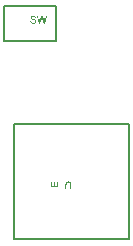
<source format=gbr>
%TF.GenerationSoftware,Altium Limited,Altium Designer,20.0.13 (296)*%
G04 Layer_Color=8388736*
%FSLAX45Y45*%
%MOMM*%
%TF.FileFunction,Other,Mechanical_10*%
%TF.Part,Single*%
G01*
G75*
%TA.AperFunction,NonConductor*%
%ADD44C,0.20000*%
G36*
X10065719Y6349394D02*
X10013635D01*
Y6355052D01*
X10065719D01*
Y6349394D01*
D02*
G37*
G36*
X10008758Y6290873D02*
X10001736D01*
Y6297408D01*
X10001638Y6297213D01*
X10001346Y6296823D01*
X10000858Y6296237D01*
X10000175Y6295457D01*
X9999395Y6294579D01*
X9998419Y6293701D01*
X9997249Y6292726D01*
X9995981Y6291946D01*
X9995786Y6291848D01*
X9995298Y6291653D01*
X9994518Y6291263D01*
X9993543Y6290873D01*
X9992275Y6290483D01*
X9990909Y6290093D01*
X9989251Y6289898D01*
X9987593Y6289800D01*
X9986715D01*
X9985740Y6289898D01*
X9984569Y6290093D01*
X9983301Y6290288D01*
X9981838Y6290678D01*
X9980473Y6291263D01*
X9979205Y6291946D01*
X9979010Y6292043D01*
X9978620Y6292336D01*
X9978034Y6292824D01*
X9977352Y6293506D01*
X9976571Y6294384D01*
X9975791Y6295360D01*
X9975108Y6296627D01*
X9974523Y6297993D01*
X9974426Y6297895D01*
X9974230Y6297603D01*
X9973938Y6297213D01*
X9973548Y6296725D01*
X9972963Y6296042D01*
X9972280Y6295360D01*
X9971499Y6294677D01*
X9970622Y6293896D01*
X9969646Y6293116D01*
X9968573Y6292433D01*
X9966037Y6291068D01*
X9964672Y6290580D01*
X9963209Y6290190D01*
X9961746Y6289898D01*
X9960088Y6289800D01*
X9959405D01*
X9958917Y6289898D01*
X9958332D01*
X9957649Y6289995D01*
X9956186Y6290288D01*
X9954431Y6290775D01*
X9952675Y6291458D01*
X9951017Y6292433D01*
X9949456Y6293701D01*
X9949261Y6293896D01*
X9948871Y6294384D01*
X9948286Y6295360D01*
X9947506Y6296627D01*
X9946823Y6298286D01*
X9946238Y6300236D01*
X9945848Y6302675D01*
X9945652Y6304040D01*
Y6305503D01*
Y6337300D01*
X9953553D01*
Y6308137D01*
Y6308039D01*
Y6307942D01*
Y6307356D01*
Y6306479D01*
X9953650Y6305503D01*
X9953845Y6303260D01*
X9954041Y6302187D01*
X9954333Y6301309D01*
Y6301212D01*
X9954528Y6300919D01*
X9954723Y6300529D01*
X9955016Y6300041D01*
X9955406Y6299554D01*
X9955894Y6298968D01*
X9956479Y6298383D01*
X9957162Y6297895D01*
X9957259Y6297798D01*
X9957552Y6297700D01*
X9957942Y6297505D01*
X9958430Y6297213D01*
X9959112Y6297018D01*
X9959990Y6296823D01*
X9960868Y6296725D01*
X9961843Y6296627D01*
X9962624D01*
X9963599Y6296823D01*
X9964672Y6297018D01*
X9965940Y6297408D01*
X9967305Y6297993D01*
X9968768Y6298871D01*
X9970036Y6299944D01*
X9970134Y6300139D01*
X9970524Y6300529D01*
X9971012Y6301309D01*
X9971597Y6302480D01*
X9972280Y6303943D01*
X9972767Y6305698D01*
X9973158Y6307844D01*
X9973255Y6310380D01*
Y6337300D01*
X9981156D01*
Y6307161D01*
Y6307064D01*
Y6306966D01*
Y6306674D01*
Y6306284D01*
X9981253Y6305308D01*
X9981351Y6304235D01*
X9981643Y6302870D01*
X9981936Y6301602D01*
X9982424Y6300334D01*
X9983106Y6299261D01*
X9983204Y6299163D01*
X9983496Y6298871D01*
X9983887Y6298383D01*
X9984569Y6297895D01*
X9985447Y6297505D01*
X9986520Y6297018D01*
X9987788Y6296725D01*
X9989349Y6296627D01*
X9989934D01*
X9990519Y6296725D01*
X9991397Y6296823D01*
X9992275Y6297018D01*
X9993348Y6297408D01*
X9994420Y6297798D01*
X9995493Y6298383D01*
X9995591Y6298481D01*
X9995981Y6298676D01*
X9996469Y6299163D01*
X9997054Y6299651D01*
X9997737Y6300431D01*
X9998419Y6301309D01*
X9999005Y6302382D01*
X9999590Y6303553D01*
X9999687Y6303748D01*
X9999785Y6304138D01*
X9999980Y6304918D01*
X10000175Y6305991D01*
X10000468Y6307356D01*
X10000663Y6309015D01*
X10000760Y6310965D01*
X10000858Y6313209D01*
Y6337300D01*
X10008758D01*
Y6290873D01*
D02*
G37*
G36*
X10098101Y6338275D02*
X10098882D01*
X10099759Y6338178D01*
X10100735Y6338080D01*
X10101808Y6337983D01*
X10104148Y6337593D01*
X10106587Y6337105D01*
X10109123Y6336325D01*
X10111366Y6335349D01*
X10111464D01*
X10111659Y6335154D01*
X10111854Y6335057D01*
X10112244Y6334764D01*
X10113317Y6334081D01*
X10114487Y6333008D01*
X10115853Y6331740D01*
X10117121Y6330277D01*
X10118389Y6328424D01*
X10119462Y6326376D01*
Y6326278D01*
X10119559Y6326083D01*
X10119657Y6325791D01*
X10119852Y6325303D01*
X10120047Y6324718D01*
X10120242Y6323938D01*
X10120437Y6323060D01*
X10120632Y6322084D01*
X10120925Y6321011D01*
X10121120Y6319841D01*
X10121315Y6318476D01*
X10121510Y6317110D01*
X10121705Y6315549D01*
X10121802Y6313891D01*
X10121900Y6312136D01*
Y6310283D01*
Y6273219D01*
X10113414D01*
Y6310283D01*
Y6310380D01*
Y6310673D01*
Y6311063D01*
Y6311648D01*
Y6312331D01*
X10113317Y6313111D01*
X10113219Y6314964D01*
X10113024Y6316915D01*
X10112829Y6318963D01*
X10112439Y6320914D01*
X10112244Y6321792D01*
X10111951Y6322572D01*
X10111854Y6322767D01*
X10111659Y6323255D01*
X10111269Y6323938D01*
X10110683Y6324815D01*
X10110001Y6325791D01*
X10109025Y6326864D01*
X10107952Y6327839D01*
X10106587Y6328717D01*
X10106392Y6328814D01*
X10105904Y6329009D01*
X10105124Y6329400D01*
X10104051Y6329692D01*
X10102685Y6330082D01*
X10101125Y6330472D01*
X10099369Y6330668D01*
X10097418Y6330765D01*
X10096541D01*
X10095858Y6330668D01*
X10095078D01*
X10094200Y6330570D01*
X10092249Y6330277D01*
X10090006Y6329692D01*
X10087860Y6329009D01*
X10085812Y6327937D01*
X10084836Y6327351D01*
X10084056Y6326571D01*
Y6326474D01*
X10083861Y6326376D01*
X10083666Y6326083D01*
X10083471Y6325693D01*
X10083081Y6325206D01*
X10082788Y6324620D01*
X10082398Y6323840D01*
X10082008Y6322962D01*
X10081715Y6321889D01*
X10081325Y6320719D01*
X10080935Y6319451D01*
X10080642Y6317890D01*
X10080447Y6316232D01*
X10080252Y6314477D01*
X10080057Y6312428D01*
Y6310283D01*
Y6273219D01*
X10071571D01*
Y6310283D01*
Y6310380D01*
Y6310673D01*
Y6311160D01*
Y6311843D01*
X10071669Y6312721D01*
Y6313599D01*
X10071766Y6314672D01*
X10071864Y6315842D01*
X10072157Y6318280D01*
X10072547Y6320816D01*
X10073034Y6323352D01*
X10073815Y6325596D01*
Y6325693D01*
X10073912Y6325888D01*
X10074010Y6326181D01*
X10074205Y6326571D01*
X10074790Y6327546D01*
X10075570Y6328912D01*
X10076643Y6330375D01*
X10078009Y6331936D01*
X10079764Y6333399D01*
X10081715Y6334862D01*
X10081813D01*
X10082008Y6335057D01*
X10082300Y6335154D01*
X10082788Y6335447D01*
X10083276Y6335642D01*
X10083958Y6335934D01*
X10084836Y6336325D01*
X10085714Y6336617D01*
X10086690Y6336910D01*
X10087860Y6337300D01*
X10089030Y6337593D01*
X10090396Y6337788D01*
X10093322Y6338178D01*
X10096638Y6338373D01*
X10097516D01*
X10098101Y6338275D01*
D02*
G37*
G36*
X9800825Y7741056D02*
X9801508D01*
X9803166Y7740861D01*
X9805117Y7740569D01*
X9807262Y7740179D01*
X9809408Y7739593D01*
X9811456Y7738813D01*
X9811554D01*
X9811651Y7738716D01*
X9811944Y7738618D01*
X9812334Y7738423D01*
X9813310Y7737838D01*
X9814578Y7737155D01*
X9815943Y7736180D01*
X9817309Y7735009D01*
X9818674Y7733644D01*
X9819844Y7732083D01*
X9819942Y7731888D01*
X9820332Y7731303D01*
X9820820Y7730327D01*
X9821308Y7729157D01*
X9821893Y7727694D01*
X9822478Y7725938D01*
X9822868Y7724085D01*
X9823063Y7722037D01*
X9814968Y7721452D01*
Y7721549D01*
Y7721744D01*
X9814870Y7722037D01*
X9814773Y7722427D01*
X9814578Y7723500D01*
X9814187Y7724865D01*
X9813602Y7726328D01*
X9812822Y7727792D01*
X9811749Y7729255D01*
X9810481Y7730523D01*
X9810286Y7730620D01*
X9809798Y7731010D01*
X9808920Y7731498D01*
X9807750Y7732083D01*
X9806189Y7732668D01*
X9804239Y7733156D01*
X9801995Y7733546D01*
X9799362Y7733644D01*
X9798094D01*
X9797509Y7733546D01*
X9796728D01*
X9795070Y7733254D01*
X9793217Y7732961D01*
X9791364Y7732473D01*
X9789608Y7731790D01*
X9788828Y7731303D01*
X9788145Y7730815D01*
X9788048Y7730718D01*
X9787658Y7730327D01*
X9787072Y7729742D01*
X9786487Y7728864D01*
X9785804Y7727889D01*
X9785317Y7726719D01*
X9784927Y7725451D01*
X9784732Y7723988D01*
Y7723793D01*
Y7723402D01*
X9784829Y7722720D01*
X9785024Y7721939D01*
X9785317Y7721062D01*
X9785804Y7720086D01*
X9786390Y7719208D01*
X9787170Y7718331D01*
X9787267Y7718233D01*
X9787755Y7717940D01*
X9788048Y7717745D01*
X9788438Y7717453D01*
X9789023Y7717258D01*
X9789706Y7716965D01*
X9790486Y7716575D01*
X9791364Y7716185D01*
X9792339Y7715892D01*
X9793510Y7715502D01*
X9794875Y7715014D01*
X9796338Y7714624D01*
X9797996Y7714234D01*
X9799850Y7713746D01*
X9799947D01*
X9800337Y7713649D01*
X9800825Y7713551D01*
X9801508Y7713356D01*
X9802386Y7713161D01*
X9803361Y7712868D01*
X9805507Y7712381D01*
X9807848Y7711698D01*
X9810188Y7711015D01*
X9811359Y7710723D01*
X9812334Y7710333D01*
X9813310Y7709942D01*
X9814090Y7709650D01*
X9814187D01*
X9814382Y7709552D01*
X9814578Y7709357D01*
X9814968Y7709162D01*
X9815943Y7708577D01*
X9817211Y7707894D01*
X9818577Y7706919D01*
X9819942Y7705748D01*
X9821210Y7704480D01*
X9822283Y7703115D01*
X9822380Y7702920D01*
X9822673Y7702432D01*
X9823161Y7701652D01*
X9823648Y7700481D01*
X9824136Y7699213D01*
X9824624Y7697653D01*
X9824916Y7695897D01*
X9825014Y7694044D01*
Y7693947D01*
Y7693849D01*
Y7693556D01*
Y7693166D01*
X9824819Y7692191D01*
X9824624Y7690923D01*
X9824331Y7689460D01*
X9823746Y7687802D01*
X9823063Y7686046D01*
X9822088Y7684388D01*
X9821990Y7684193D01*
X9821503Y7683608D01*
X9820917Y7682827D01*
X9819942Y7681852D01*
X9818772Y7680682D01*
X9817309Y7679511D01*
X9815553Y7678438D01*
X9813602Y7677365D01*
X9813505D01*
X9813310Y7677268D01*
X9813017Y7677170D01*
X9812627Y7676975D01*
X9812139Y7676780D01*
X9811554Y7676585D01*
X9809993Y7676195D01*
X9808238Y7675707D01*
X9806092Y7675317D01*
X9803849Y7675025D01*
X9801313Y7674927D01*
X9799850D01*
X9799167Y7675025D01*
X9798289D01*
X9797314Y7675122D01*
X9796241Y7675220D01*
X9793997Y7675512D01*
X9791559Y7676000D01*
X9789121Y7676585D01*
X9786780Y7677365D01*
X9786682D01*
X9786487Y7677463D01*
X9786195Y7677658D01*
X9785804Y7677853D01*
X9784732Y7678438D01*
X9783464Y7679316D01*
X9781903Y7680389D01*
X9780440Y7681657D01*
X9778879Y7683218D01*
X9777514Y7684973D01*
Y7685071D01*
X9777416Y7685168D01*
X9777221Y7685461D01*
X9777026Y7685851D01*
X9776734Y7686339D01*
X9776441Y7686924D01*
X9775856Y7688387D01*
X9775271Y7690045D01*
X9774685Y7692093D01*
X9774295Y7694239D01*
X9774100Y7696580D01*
X9782098Y7697263D01*
Y7697165D01*
Y7697068D01*
X9782196Y7696482D01*
X9782391Y7695605D01*
X9782586Y7694434D01*
X9782976Y7693166D01*
X9783366Y7691801D01*
X9783951Y7690533D01*
X9784634Y7689265D01*
X9784732Y7689167D01*
X9785024Y7688777D01*
X9785512Y7688192D01*
X9786292Y7687509D01*
X9787170Y7686729D01*
X9788243Y7685851D01*
X9789608Y7685071D01*
X9791071Y7684290D01*
X9791169D01*
X9791266Y7684193D01*
X9791852Y7683998D01*
X9792729Y7683705D01*
X9793997Y7683413D01*
X9795363Y7683022D01*
X9797119Y7682730D01*
X9798972Y7682535D01*
X9800922Y7682437D01*
X9801703D01*
X9802678Y7682535D01*
X9803751Y7682632D01*
X9805117Y7682730D01*
X9806482Y7683022D01*
X9807945Y7683315D01*
X9809408Y7683803D01*
X9809603Y7683900D01*
X9809993Y7684095D01*
X9810676Y7684388D01*
X9811456Y7684876D01*
X9812432Y7685461D01*
X9813310Y7686144D01*
X9814187Y7686924D01*
X9814968Y7687802D01*
X9815065Y7687899D01*
X9815260Y7688289D01*
X9815553Y7688777D01*
X9815943Y7689460D01*
X9816236Y7690240D01*
X9816528Y7691216D01*
X9816723Y7692191D01*
X9816821Y7693264D01*
Y7693361D01*
Y7693751D01*
X9816723Y7694337D01*
X9816626Y7695019D01*
X9816431Y7695897D01*
X9816041Y7696775D01*
X9815650Y7697653D01*
X9815065Y7698531D01*
X9814968Y7698628D01*
X9814773Y7698921D01*
X9814285Y7699311D01*
X9813700Y7699896D01*
X9812919Y7700481D01*
X9811944Y7701067D01*
X9810676Y7701749D01*
X9809311Y7702335D01*
X9809213Y7702432D01*
X9808823Y7702530D01*
X9808043Y7702725D01*
X9807555Y7702920D01*
X9806970Y7703115D01*
X9806189Y7703310D01*
X9805409Y7703505D01*
X9804434Y7703798D01*
X9803458Y7704090D01*
X9802288Y7704383D01*
X9800922Y7704675D01*
X9799459Y7705066D01*
X9797899Y7705456D01*
X9797801D01*
X9797509Y7705553D01*
X9797021Y7705651D01*
X9796436Y7705846D01*
X9795753Y7706041D01*
X9794973Y7706236D01*
X9793120Y7706724D01*
X9791071Y7707406D01*
X9789023Y7708089D01*
X9787170Y7708772D01*
X9786292Y7709065D01*
X9785609Y7709455D01*
X9785512D01*
X9785414Y7709552D01*
X9784829Y7709942D01*
X9784049Y7710430D01*
X9783073Y7711113D01*
X9781903Y7711991D01*
X9780830Y7712966D01*
X9779757Y7714136D01*
X9778782Y7715404D01*
X9778684Y7715600D01*
X9778392Y7716087D01*
X9778099Y7716770D01*
X9777709Y7717745D01*
X9777221Y7718916D01*
X9776929Y7720281D01*
X9776636Y7721842D01*
X9776538Y7723402D01*
Y7723500D01*
Y7723597D01*
Y7723890D01*
Y7724280D01*
X9776734Y7725158D01*
X9776929Y7726328D01*
X9777221Y7727792D01*
X9777709Y7729255D01*
X9778392Y7730913D01*
X9779269Y7732473D01*
Y7732571D01*
X9779367Y7732668D01*
X9779757Y7733156D01*
X9780440Y7733936D01*
X9781318Y7734912D01*
X9782391Y7735887D01*
X9783756Y7736960D01*
X9785414Y7738033D01*
X9787267Y7738911D01*
X9787365D01*
X9787463Y7739008D01*
X9787755Y7739106D01*
X9788243Y7739301D01*
X9788730Y7739398D01*
X9789316Y7739593D01*
X9790681Y7740081D01*
X9792437Y7740471D01*
X9794388Y7740764D01*
X9796631Y7741056D01*
X9798972Y7741154D01*
X9800142D01*
X9800825Y7741056D01*
D02*
G37*
G36*
X9895630Y7676000D02*
X9887339D01*
X9873879Y7724768D01*
Y7724865D01*
X9873782Y7725060D01*
X9873684Y7725353D01*
X9873587Y7725743D01*
X9873294Y7726816D01*
X9873002Y7727987D01*
X9872611Y7729352D01*
X9872319Y7730523D01*
X9872026Y7731595D01*
X9871929Y7731986D01*
X9871831Y7732278D01*
Y7732083D01*
X9871636Y7731595D01*
X9871441Y7730718D01*
X9871148Y7729742D01*
X9870856Y7728474D01*
X9870563Y7727304D01*
X9870173Y7726036D01*
X9869880Y7724768D01*
X9856420Y7676000D01*
X9847545D01*
X9830769Y7740081D01*
X9839449D01*
X9849105Y7697945D01*
Y7697848D01*
X9849203Y7697653D01*
X9849300Y7697263D01*
X9849398Y7696873D01*
X9849495Y7696190D01*
X9849690Y7695507D01*
X9850081Y7693849D01*
X9850471Y7691898D01*
X9850958Y7689655D01*
X9851349Y7687314D01*
X9851836Y7684876D01*
Y7684973D01*
X9851934Y7685363D01*
X9852031Y7685851D01*
X9852226Y7686534D01*
X9852421Y7687314D01*
X9852617Y7688192D01*
X9853202Y7690240D01*
X9853689Y7692288D01*
X9854177Y7694239D01*
X9854372Y7695019D01*
X9854567Y7695800D01*
X9854665Y7696385D01*
X9854762Y7696775D01*
X9866954Y7740081D01*
X9877196D01*
X9886364Y7707602D01*
Y7707504D01*
X9886559Y7707016D01*
X9886657Y7706431D01*
X9886949Y7705553D01*
X9887144Y7704480D01*
X9887534Y7703212D01*
X9887827Y7701749D01*
X9888217Y7700189D01*
X9888607Y7698531D01*
X9888997Y7696775D01*
X9889875Y7692874D01*
X9890656Y7688875D01*
X9891338Y7684876D01*
Y7684973D01*
X9891436Y7685168D01*
Y7685461D01*
X9891533Y7685949D01*
X9891729Y7686534D01*
X9891826Y7687217D01*
X9892021Y7687997D01*
X9892216Y7688875D01*
X9892704Y7690923D01*
X9893192Y7693361D01*
X9893874Y7695995D01*
X9894557Y7698823D01*
X9904506Y7740081D01*
X9913089D01*
X9895630Y7676000D01*
D02*
G37*
D44*
X9636592Y5851992D02*
X10607213D01*
X9636592D02*
Y6822608D01*
X10607213D01*
Y5851992D02*
Y6822608D01*
X9554098Y7530998D02*
Y7821000D01*
Y7530998D02*
X9994102D01*
Y7821000D01*
X9554098D02*
X9994102D01*
%TF.MD5,eb90a9415fdc6108e546b6b7366e6fc1*%
M02*

</source>
